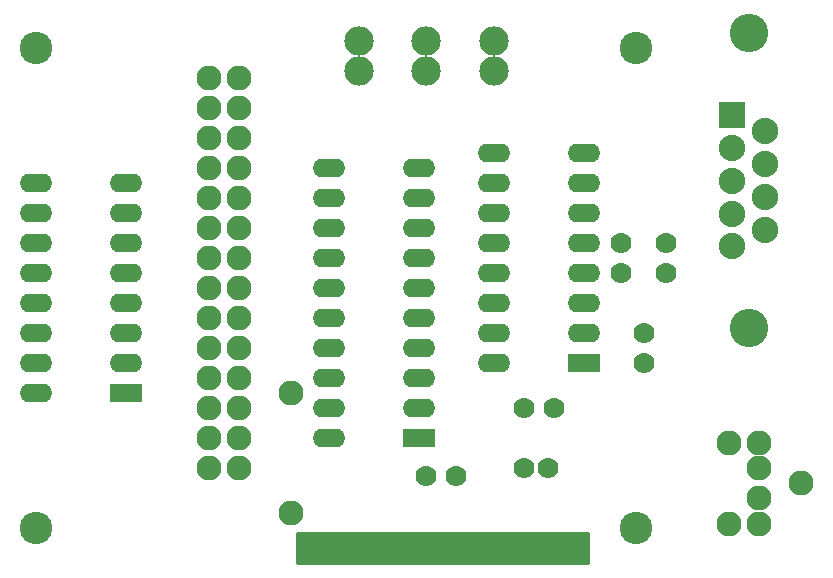
<source format=gbr>
%FSTAX24Y24*%
%MOIN*%
%IN MASK1.GBR *%
%ADD10C,0.0100*%
%ADD11C,0.0300*%
%ADD12C,0.0700*%
%ADD13C,0.0830*%
%ADD14C,0.0880*%
%ADD15C,0.0980*%
%ADD16C,0.1080*%
%ADD17C,0.1280*%
%ADD18O,0.1080X0.0630*%
%ADD19R,0.0880X0.0880*%
%ADD20R,0.1080X0.0630*%
D10*X0155Y00085D02*G01X0204D01*Y00185D01*X0107D01*Y00085D01*X0155D01*
G36*G01X0204D01*Y00185D01*X0107D01*Y00085D01*X0155D01*G37*
%LPC*%
%LPD*%
D12*X023Y0115D03*Y0105D03*X01825Y006D03*X01925D03*X02225Y0075D03*
Y0085D03*X0215Y0105D03*Y0115D03*X016Y00375D03*X015D03*D13*X0261Y004D03*
Y003D03*Y00485D03*Y00215D03*X0251Y00485D03*Y00215D03*X0275Y0035D03*D19*
X02519Y01576D03*D14*Y01467D03*Y01358D03*Y01249D03*Y0114D03*
X02631Y011945D03*Y013035D03*Y014125D03*Y015235D03*D17*X02575Y0185D03*
Y00866D03*D15*X01275Y01725D03*Y01825D03*X015Y01725D03*Y01825D03*D12*
X01825Y004D03*X01905D03*D20*X01475Y005D03*D18*Y006D03*Y007D03*Y008D03*
Y009D03*Y01D03*Y011D03*Y012D03*X01175D03*Y011D03*Y01D03*Y009D03*
Y008D03*Y007D03*Y006D03*Y005D03*X01475Y013D03*Y014D03*X01175Y013D03*
Y014D03*D20*X02025Y0075D03*D18*Y0085D03*Y0095D03*Y0105D03*Y0115D03*
Y0125D03*Y0135D03*Y0145D03*X01725D03*Y0135D03*Y0125D03*Y0115D03*
Y0105D03*Y0095D03*Y0085D03*Y0075D03*D20*X005Y0065D03*D18*Y0075D03*
Y0085D03*Y0095D03*Y0105D03*Y0115D03*Y0125D03*Y0135D03*X002D03*Y0125D03*
Y0115D03*Y0105D03*Y0095D03*Y0085D03*Y0075D03*Y0065D03*D15*
X01725Y01725D03*Y01825D03*D16*X022Y018D03*X002D03*Y002D03*X022D03*D13*
X00875Y008D03*Y009D03*Y01D03*Y011D03*Y012D03*Y013D03*Y014D03*Y015D03*
Y016D03*Y017D03*X00775D03*Y016D03*Y004D03*Y005D03*Y006D03*Y007D03*
Y008D03*Y009D03*Y01D03*Y011D03*Y012D03*Y013D03*Y014D03*Y015D03*
X00875Y007D03*Y006D03*Y005D03*Y004D03*X0105Y0065D03*Y0025D03*
M02*
</source>
